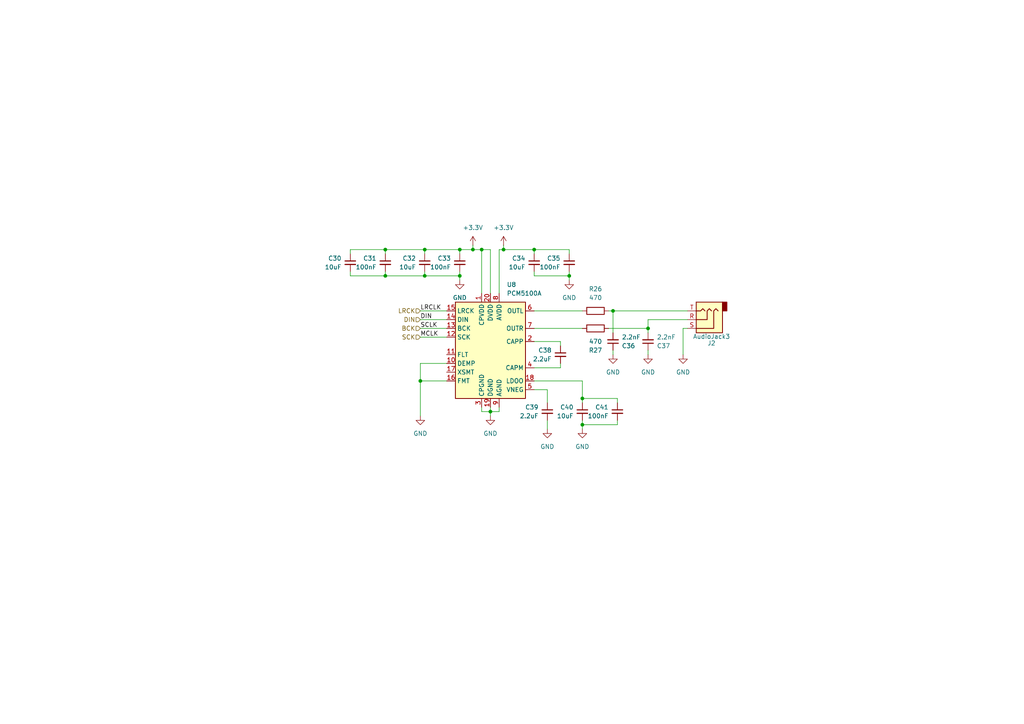
<source format=kicad_sch>
(kicad_sch
	(version 20250114)
	(generator "eeschema")
	(generator_version "9.0")
	(uuid "606ecf45-1f82-4b00-85b5-ed15b2a85616")
	(paper "A4")
	(lib_symbols
		(symbol "Audio:PCM5100A"
			(exclude_from_sim no)
			(in_bom yes)
			(on_board yes)
			(property "Reference" "U4"
				(at 4.7341 17.78 0)
				(effects
					(font
						(size 1.27 1.27)
					)
					(justify left)
				)
			)
			(property "Value" "PCM5100A"
				(at 4.7341 15.24 0)
				(effects
					(font
						(size 1.27 1.27)
					)
					(justify left)
				)
			)
			(property "Footprint" "Package_SO:TSSOP-20_4.4x6.5mm_P0.65mm"
				(at 25.4 -16.51 0)
				(effects
					(font
						(size 1.27 1.27)
					)
					(hide yes)
				)
			)
			(property "Datasheet" "https://www.ti.com/lit/ds/symlink/pcm5100a.pdf"
				(at 0 0 0)
				(effects
					(font
						(size 1.27 1.27)
					)
					(hide yes)
				)
			)
			(property "Description" "2.1 VRMS, 100dB Audio Stereo DAC with PLL and 32-bit, 384kHz PCM Interface, TSSOP-20"
				(at 0 0 0)
				(effects
					(font
						(size 1.27 1.27)
					)
					(hide yes)
				)
			)
			(property "LCSC" "C131154"
				(at 0 0 0)
				(effects
					(font
						(size 1.27 1.27)
					)
					(hide yes)
				)
			)
			(property "MPN" ""
				(at 0 0 0)
				(effects
					(font
						(size 1.27 1.27)
					)
					(hide yes)
				)
			)
			(property "ki_keywords" "audio dac 2ch 32bit 384kHz"
				(at 0 0 0)
				(effects
					(font
						(size 1.27 1.27)
					)
					(hide yes)
				)
			)
			(property "ki_fp_filters" "TSSOP*4.4x6.5mm*P0.65mm*"
				(at 0 0 0)
				(effects
					(font
						(size 1.27 1.27)
					)
					(hide yes)
				)
			)
			(symbol "PCM5100A_0_1"
				(rectangle
					(start -10.16 12.7)
					(end 10.16 -15.24)
					(stroke
						(width 0.254)
						(type default)
					)
					(fill
						(type background)
					)
				)
			)
			(symbol "PCM5100A_1_1"
				(pin input line
					(at -12.7 10.16 0)
					(length 2.54)
					(name "LRCK"
						(effects
							(font
								(size 1.27 1.27)
							)
						)
					)
					(number "15"
						(effects
							(font
								(size 1.27 1.27)
							)
						)
					)
				)
				(pin input line
					(at -12.7 7.62 0)
					(length 2.54)
					(name "DIN"
						(effects
							(font
								(size 1.27 1.27)
							)
						)
					)
					(number "14"
						(effects
							(font
								(size 1.27 1.27)
							)
						)
					)
				)
				(pin input line
					(at -12.7 5.08 0)
					(length 2.54)
					(name "BCK"
						(effects
							(font
								(size 1.27 1.27)
							)
						)
					)
					(number "13"
						(effects
							(font
								(size 1.27 1.27)
							)
						)
					)
				)
				(pin input line
					(at -12.7 2.54 0)
					(length 2.54)
					(name "SCK"
						(effects
							(font
								(size 1.27 1.27)
							)
						)
					)
					(number "12"
						(effects
							(font
								(size 1.27 1.27)
							)
						)
					)
				)
				(pin input line
					(at -12.7 -2.54 0)
					(length 2.54)
					(name "FLT"
						(effects
							(font
								(size 1.27 1.27)
							)
						)
					)
					(number "11"
						(effects
							(font
								(size 1.27 1.27)
							)
						)
					)
				)
				(pin input line
					(at -12.7 -5.08 0)
					(length 2.54)
					(name "DEMP"
						(effects
							(font
								(size 1.27 1.27)
							)
						)
					)
					(number "10"
						(effects
							(font
								(size 1.27 1.27)
							)
						)
					)
				)
				(pin input line
					(at -12.7 -7.62 0)
					(length 2.54)
					(name "XSMT"
						(effects
							(font
								(size 1.27 1.27)
							)
						)
					)
					(number "17"
						(effects
							(font
								(size 1.27 1.27)
							)
						)
					)
				)
				(pin input line
					(at -12.7 -10.16 0)
					(length 2.54)
					(name "FMT"
						(effects
							(font
								(size 1.27 1.27)
							)
						)
					)
					(number "16"
						(effects
							(font
								(size 1.27 1.27)
							)
						)
					)
				)
				(pin passive line
					(at -2.54 15.24 270)
					(length 2.54)
					(name "CPVDD"
						(effects
							(font
								(size 1.27 1.27)
							)
						)
					)
					(number "1"
						(effects
							(font
								(size 1.27 1.27)
							)
						)
					)
				)
				(pin power_in line
					(at -2.54 -17.78 90)
					(length 2.54)
					(name "CPGND"
						(effects
							(font
								(size 1.27 1.27)
							)
						)
					)
					(number "3"
						(effects
							(font
								(size 1.27 1.27)
							)
						)
					)
				)
				(pin power_in line
					(at 0 15.24 270)
					(length 2.54)
					(name "DVDD"
						(effects
							(font
								(size 1.27 1.27)
							)
						)
					)
					(number "20"
						(effects
							(font
								(size 1.27 1.27)
							)
						)
					)
				)
				(pin power_in line
					(at 0 -17.78 90)
					(length 2.54)
					(name "DGND"
						(effects
							(font
								(size 1.27 1.27)
							)
						)
					)
					(number "19"
						(effects
							(font
								(size 1.27 1.27)
							)
						)
					)
				)
				(pin power_in line
					(at 2.54 15.24 270)
					(length 2.54)
					(name "AVDD"
						(effects
							(font
								(size 1.27 1.27)
							)
						)
					)
					(number "8"
						(effects
							(font
								(size 1.27 1.27)
							)
						)
					)
				)
				(pin power_in line
					(at 2.54 -17.78 90)
					(length 2.54)
					(name "AGND"
						(effects
							(font
								(size 1.27 1.27)
							)
						)
					)
					(number "9"
						(effects
							(font
								(size 1.27 1.27)
							)
						)
					)
				)
				(pin output line
					(at 12.7 10.16 180)
					(length 2.54)
					(name "OUTL"
						(effects
							(font
								(size 1.27 1.27)
							)
						)
					)
					(number "6"
						(effects
							(font
								(size 1.27 1.27)
							)
						)
					)
				)
				(pin output line
					(at 12.7 5.08 180)
					(length 2.54)
					(name "OUTR"
						(effects
							(font
								(size 1.27 1.27)
							)
						)
					)
					(number "7"
						(effects
							(font
								(size 1.27 1.27)
							)
						)
					)
				)
				(pin passive line
					(at 12.7 1.27 180)
					(length 2.54)
					(name "CAPP"
						(effects
							(font
								(size 1.27 1.27)
							)
						)
					)
					(number "2"
						(effects
							(font
								(size 1.27 1.27)
							)
						)
					)
				)
				(pin passive line
					(at 12.7 -6.35 180)
					(length 2.54)
					(name "CAPM"
						(effects
							(font
								(size 1.27 1.27)
							)
						)
					)
					(number "4"
						(effects
							(font
								(size 1.27 1.27)
							)
						)
					)
				)
				(pin passive line
					(at 12.7 -10.16 180)
					(length 2.54)
					(name "LDOO"
						(effects
							(font
								(size 1.27 1.27)
							)
						)
					)
					(number "18"
						(effects
							(font
								(size 1.27 1.27)
							)
						)
					)
				)
				(pin passive line
					(at 12.7 -12.7 180)
					(length 2.54)
					(name "VNEG"
						(effects
							(font
								(size 1.27 1.27)
							)
						)
					)
					(number "5"
						(effects
							(font
								(size 1.27 1.27)
							)
						)
					)
				)
			)
			(embedded_fonts no)
		)
		(symbol "Connector_Audio:AudioJack3"
			(exclude_from_sim no)
			(in_bom yes)
			(on_board yes)
			(property "Reference" "J"
				(at 0 8.89 0)
				(effects
					(font
						(size 1.27 1.27)
					)
				)
			)
			(property "Value" "AudioJack3"
				(at 0 6.35 0)
				(effects
					(font
						(size 1.27 1.27)
					)
				)
			)
			(property "Footprint" ""
				(at 0 0 0)
				(effects
					(font
						(size 1.27 1.27)
					)
					(hide yes)
				)
			)
			(property "Datasheet" "~"
				(at 0 0 0)
				(effects
					(font
						(size 1.27 1.27)
					)
					(hide yes)
				)
			)
			(property "Description" "Audio Jack, 3 Poles (Stereo / TRS)"
				(at 0 0 0)
				(effects
					(font
						(size 1.27 1.27)
					)
					(hide yes)
				)
			)
			(property "ki_keywords" "audio jack receptacle stereo headphones phones TRS connector"
				(at 0 0 0)
				(effects
					(font
						(size 1.27 1.27)
					)
					(hide yes)
				)
			)
			(property "ki_fp_filters" "Jack*"
				(at 0 0 0)
				(effects
					(font
						(size 1.27 1.27)
					)
					(hide yes)
				)
			)
			(symbol "AudioJack3_0_1"
				(rectangle
					(start -5.08 -5.08)
					(end -6.35 -2.54)
					(stroke
						(width 0.254)
						(type default)
					)
					(fill
						(type outline)
					)
				)
				(polyline
					(pts
						(xy -1.905 -2.54) (xy -1.27 -3.175) (xy -0.635 -2.54) (xy -0.635 0) (xy 2.54 0)
					)
					(stroke
						(width 0.254)
						(type default)
					)
					(fill
						(type none)
					)
				)
				(polyline
					(pts
						(xy 0 -2.54) (xy 0.635 -3.175) (xy 1.27 -2.54) (xy 2.54 -2.54)
					)
					(stroke
						(width 0.254)
						(type default)
					)
					(fill
						(type none)
					)
				)
				(rectangle
					(start 2.54 3.81)
					(end -5.08 -5.08)
					(stroke
						(width 0.254)
						(type default)
					)
					(fill
						(type background)
					)
				)
				(polyline
					(pts
						(xy 2.54 2.54) (xy -2.54 2.54) (xy -2.54 -2.54) (xy -3.175 -3.175) (xy -3.81 -2.54)
					)
					(stroke
						(width 0.254)
						(type default)
					)
					(fill
						(type none)
					)
				)
			)
			(symbol "AudioJack3_1_1"
				(pin passive line
					(at 5.08 2.54 180)
					(length 2.54)
					(name "~"
						(effects
							(font
								(size 1.27 1.27)
							)
						)
					)
					(number "S"
						(effects
							(font
								(size 1.27 1.27)
							)
						)
					)
				)
				(pin passive line
					(at 5.08 0 180)
					(length 2.54)
					(name "~"
						(effects
							(font
								(size 1.27 1.27)
							)
						)
					)
					(number "R"
						(effects
							(font
								(size 1.27 1.27)
							)
						)
					)
				)
				(pin passive line
					(at 5.08 -2.54 180)
					(length 2.54)
					(name "~"
						(effects
							(font
								(size 1.27 1.27)
							)
						)
					)
					(number "T"
						(effects
							(font
								(size 1.27 1.27)
							)
						)
					)
				)
			)
			(embedded_fonts no)
		)
		(symbol "Device:C_Small"
			(pin_numbers
				(hide yes)
			)
			(pin_names
				(offset 0.254)
				(hide yes)
			)
			(exclude_from_sim no)
			(in_bom yes)
			(on_board yes)
			(property "Reference" "C"
				(at 0.254 1.778 0)
				(effects
					(font
						(size 1.27 1.27)
					)
					(justify left)
				)
			)
			(property "Value" "C_Small"
				(at 0.254 -2.032 0)
				(effects
					(font
						(size 1.27 1.27)
					)
					(justify left)
				)
			)
			(property "Footprint" ""
				(at 0 0 0)
				(effects
					(font
						(size 1.27 1.27)
					)
					(hide yes)
				)
			)
			(property "Datasheet" "~"
				(at 0 0 0)
				(effects
					(font
						(size 1.27 1.27)
					)
					(hide yes)
				)
			)
			(property "Description" "Unpolarized capacitor, small symbol"
				(at 0 0 0)
				(effects
					(font
						(size 1.27 1.27)
					)
					(hide yes)
				)
			)
			(property "ki_keywords" "capacitor cap"
				(at 0 0 0)
				(effects
					(font
						(size 1.27 1.27)
					)
					(hide yes)
				)
			)
			(property "ki_fp_filters" "C_*"
				(at 0 0 0)
				(effects
					(font
						(size 1.27 1.27)
					)
					(hide yes)
				)
			)
			(symbol "C_Small_0_1"
				(polyline
					(pts
						(xy -1.524 0.508) (xy 1.524 0.508)
					)
					(stroke
						(width 0.3048)
						(type default)
					)
					(fill
						(type none)
					)
				)
				(polyline
					(pts
						(xy -1.524 -0.508) (xy 1.524 -0.508)
					)
					(stroke
						(width 0.3302)
						(type default)
					)
					(fill
						(type none)
					)
				)
			)
			(symbol "C_Small_1_1"
				(pin passive line
					(at 0 2.54 270)
					(length 2.032)
					(name "~"
						(effects
							(font
								(size 1.27 1.27)
							)
						)
					)
					(number "1"
						(effects
							(font
								(size 1.27 1.27)
							)
						)
					)
				)
				(pin passive line
					(at 0 -2.54 90)
					(length 2.032)
					(name "~"
						(effects
							(font
								(size 1.27 1.27)
							)
						)
					)
					(number "2"
						(effects
							(font
								(size 1.27 1.27)
							)
						)
					)
				)
			)
			(embedded_fonts no)
		)
		(symbol "Device:R"
			(pin_numbers
				(hide yes)
			)
			(pin_names
				(offset 0)
			)
			(exclude_from_sim no)
			(in_bom yes)
			(on_board yes)
			(property "Reference" "R"
				(at 2.032 0 90)
				(effects
					(font
						(size 1.27 1.27)
					)
				)
			)
			(property "Value" "R"
				(at 0 0 90)
				(effects
					(font
						(size 1.27 1.27)
					)
				)
			)
			(property "Footprint" ""
				(at -1.778 0 90)
				(effects
					(font
						(size 1.27 1.27)
					)
					(hide yes)
				)
			)
			(property "Datasheet" "~"
				(at 0 0 0)
				(effects
					(font
						(size 1.27 1.27)
					)
					(hide yes)
				)
			)
			(property "Description" "Resistor"
				(at 0 0 0)
				(effects
					(font
						(size 1.27 1.27)
					)
					(hide yes)
				)
			)
			(property "ki_keywords" "R res resistor"
				(at 0 0 0)
				(effects
					(font
						(size 1.27 1.27)
					)
					(hide yes)
				)
			)
			(property "ki_fp_filters" "R_*"
				(at 0 0 0)
				(effects
					(font
						(size 1.27 1.27)
					)
					(hide yes)
				)
			)
			(symbol "R_0_1"
				(rectangle
					(start -1.016 -2.54)
					(end 1.016 2.54)
					(stroke
						(width 0.254)
						(type default)
					)
					(fill
						(type none)
					)
				)
			)
			(symbol "R_1_1"
				(pin passive line
					(at 0 3.81 270)
					(length 1.27)
					(name "~"
						(effects
							(font
								(size 1.27 1.27)
							)
						)
					)
					(number "1"
						(effects
							(font
								(size 1.27 1.27)
							)
						)
					)
				)
				(pin passive line
					(at 0 -3.81 90)
					(length 1.27)
					(name "~"
						(effects
							(font
								(size 1.27 1.27)
							)
						)
					)
					(number "2"
						(effects
							(font
								(size 1.27 1.27)
							)
						)
					)
				)
			)
			(embedded_fonts no)
		)
		(symbol "power:+3.3V"
			(power)
			(pin_numbers
				(hide yes)
			)
			(pin_names
				(offset 0)
				(hide yes)
			)
			(exclude_from_sim no)
			(in_bom yes)
			(on_board yes)
			(property "Reference" "#PWR"
				(at 0 -3.81 0)
				(effects
					(font
						(size 1.27 1.27)
					)
					(hide yes)
				)
			)
			(property "Value" "+3.3V"
				(at 0 3.556 0)
				(effects
					(font
						(size 1.27 1.27)
					)
				)
			)
			(property "Footprint" ""
				(at 0 0 0)
				(effects
					(font
						(size 1.27 1.27)
					)
					(hide yes)
				)
			)
			(property "Datasheet" ""
				(at 0 0 0)
				(effects
					(font
						(size 1.27 1.27)
					)
					(hide yes)
				)
			)
			(property "Description" "Power symbol creates a global label with name \"+3.3V\""
				(at 0 0 0)
				(effects
					(font
						(size 1.27 1.27)
					)
					(hide yes)
				)
			)
			(property "ki_keywords" "global power"
				(at 0 0 0)
				(effects
					(font
						(size 1.27 1.27)
					)
					(hide yes)
				)
			)
			(symbol "+3.3V_0_1"
				(polyline
					(pts
						(xy -0.762 1.27) (xy 0 2.54)
					)
					(stroke
						(width 0)
						(type default)
					)
					(fill
						(type none)
					)
				)
				(polyline
					(pts
						(xy 0 2.54) (xy 0.762 1.27)
					)
					(stroke
						(width 0)
						(type default)
					)
					(fill
						(type none)
					)
				)
				(polyline
					(pts
						(xy 0 0) (xy 0 2.54)
					)
					(stroke
						(width 0)
						(type default)
					)
					(fill
						(type none)
					)
				)
			)
			(symbol "+3.3V_1_1"
				(pin power_in line
					(at 0 0 90)
					(length 0)
					(name "~"
						(effects
							(font
								(size 1.27 1.27)
							)
						)
					)
					(number "1"
						(effects
							(font
								(size 1.27 1.27)
							)
						)
					)
				)
			)
			(embedded_fonts no)
		)
		(symbol "power:GND"
			(power)
			(pin_names
				(offset 0)
			)
			(exclude_from_sim no)
			(in_bom yes)
			(on_board yes)
			(property "Reference" "#PWR"
				(at 0 -6.35 0)
				(effects
					(font
						(size 1.27 1.27)
					)
					(hide yes)
				)
			)
			(property "Value" "GND"
				(at 0 -3.81 0)
				(effects
					(font
						(size 1.27 1.27)
					)
				)
			)
			(property "Footprint" ""
				(at 0 0 0)
				(effects
					(font
						(size 1.27 1.27)
					)
					(hide yes)
				)
			)
			(property "Datasheet" ""
				(at 0 0 0)
				(effects
					(font
						(size 1.27 1.27)
					)
					(hide yes)
				)
			)
			(property "Description" "Power symbol creates a global label with name \"GND\" , ground"
				(at 0 0 0)
				(effects
					(font
						(size 1.27 1.27)
					)
					(hide yes)
				)
			)
			(property "ki_keywords" "power-flag"
				(at 0 0 0)
				(effects
					(font
						(size 1.27 1.27)
					)
					(hide yes)
				)
			)
			(symbol "GND_0_1"
				(polyline
					(pts
						(xy 0 0) (xy 0 -1.27) (xy 1.27 -1.27) (xy 0 -2.54) (xy -1.27 -1.27) (xy 0 -1.27)
					)
					(stroke
						(width 0)
						(type default)
					)
					(fill
						(type none)
					)
				)
			)
			(symbol "GND_1_1"
				(pin power_in line
					(at 0 0 270)
					(length 0)
					(hide yes)
					(name "GND"
						(effects
							(font
								(size 1.27 1.27)
							)
						)
					)
					(number "1"
						(effects
							(font
								(size 1.27 1.27)
							)
						)
					)
				)
			)
			(embedded_fonts no)
		)
	)
	(junction
		(at 142.24 119.38)
		(diameter 0)
		(color 0 0 0 0)
		(uuid "04605525-e4b8-4655-8b00-b91765a1c4a1")
	)
	(junction
		(at 146.05 72.39)
		(diameter 0)
		(color 0 0 0 0)
		(uuid "048d8af5-5501-4f90-9878-2a273d899b69")
	)
	(junction
		(at 111.76 72.39)
		(diameter 0)
		(color 0 0 0 0)
		(uuid "2b4bd338-0ad0-4e4d-8777-8e689c8972e2")
	)
	(junction
		(at 111.76 80.01)
		(diameter 0)
		(color 0 0 0 0)
		(uuid "3fe3dd0b-fc90-4667-8744-f99aaec5e574")
	)
	(junction
		(at 133.35 72.39)
		(diameter 0)
		(color 0 0 0 0)
		(uuid "50c27571-37fc-4223-84a5-c33e4c6acc20")
	)
	(junction
		(at 139.7 72.39)
		(diameter 0)
		(color 0 0 0 0)
		(uuid "733fd6e1-81d9-4a35-84ce-174470c799c6")
	)
	(junction
		(at 165.1 80.01)
		(diameter 0)
		(color 0 0 0 0)
		(uuid "74a62686-2958-4b69-a1d4-8faf8c59d358")
	)
	(junction
		(at 121.92 110.49)
		(diameter 0)
		(color 0 0 0 0)
		(uuid "8affa245-6d12-4c57-aa01-56a74eefb6f4")
	)
	(junction
		(at 168.91 123.19)
		(diameter 0)
		(color 0 0 0 0)
		(uuid "9b300007-2b71-4bae-9f3a-de93e93d7ffb")
	)
	(junction
		(at 137.16 72.39)
		(diameter 0)
		(color 0 0 0 0)
		(uuid "a960d373-4855-4132-a0a2-ec3f6013c5f3")
	)
	(junction
		(at 168.91 115.57)
		(diameter 0)
		(color 0 0 0 0)
		(uuid "aea78d90-8a9e-44a1-8ec9-ab9c70e24504")
	)
	(junction
		(at 123.19 72.39)
		(diameter 0)
		(color 0 0 0 0)
		(uuid "b4dee62c-dcaf-4a36-ae44-4d140eb581d2")
	)
	(junction
		(at 133.35 80.01)
		(diameter 0)
		(color 0 0 0 0)
		(uuid "bf8dfc5b-0dcb-451b-94dc-573ee3f652d4")
	)
	(junction
		(at 123.19 80.01)
		(diameter 0)
		(color 0 0 0 0)
		(uuid "d4c62751-810a-495d-a0d4-b7d5934fba54")
	)
	(junction
		(at 187.96 95.25)
		(diameter 0)
		(color 0 0 0 0)
		(uuid "dedf5055-4089-429f-81c8-db29bf751526")
	)
	(junction
		(at 154.94 72.39)
		(diameter 0)
		(color 0 0 0 0)
		(uuid "ee5b05e4-c064-490f-b5a7-2cc5405613fd")
	)
	(junction
		(at 177.8 90.17)
		(diameter 0)
		(color 0 0 0 0)
		(uuid "f456e081-ed06-4bd7-9e45-8c15118878f3")
	)
	(wire
		(pts
			(xy 187.96 92.71) (xy 199.39 92.71)
		)
		(stroke
			(width 0)
			(type default)
		)
		(uuid "04a1e5e1-5511-48bd-8b79-333826ca9fb5")
	)
	(wire
		(pts
			(xy 146.05 71.12) (xy 146.05 72.39)
		)
		(stroke
			(width 0)
			(type default)
		)
		(uuid "09baae80-bcc1-4eaa-a19d-7a07c2757123")
	)
	(wire
		(pts
			(xy 168.91 110.49) (xy 168.91 115.57)
		)
		(stroke
			(width 0)
			(type default)
		)
		(uuid "0a2136e3-92a7-4c92-870f-6bcc7344536e")
	)
	(wire
		(pts
			(xy 137.16 72.39) (xy 139.7 72.39)
		)
		(stroke
			(width 0)
			(type default)
		)
		(uuid "18e92b47-12ee-43da-b04f-23893dbd6471")
	)
	(wire
		(pts
			(xy 154.94 90.17) (xy 168.91 90.17)
		)
		(stroke
			(width 0)
			(type default)
		)
		(uuid "192c01a3-c2c5-41bb-bbc3-d2eb76c14c5a")
	)
	(wire
		(pts
			(xy 179.07 121.92) (xy 179.07 123.19)
		)
		(stroke
			(width 0)
			(type default)
		)
		(uuid "1b723748-0879-41e2-9a9a-37a6147aaff9")
	)
	(wire
		(pts
			(xy 133.35 72.39) (xy 137.16 72.39)
		)
		(stroke
			(width 0)
			(type default)
		)
		(uuid "1c49897f-5772-4bac-b577-001fbc5511e2")
	)
	(wire
		(pts
			(xy 168.91 115.57) (xy 179.07 115.57)
		)
		(stroke
			(width 0)
			(type default)
		)
		(uuid "1db45ce8-3923-4762-bba3-4fa1a0da167d")
	)
	(wire
		(pts
			(xy 177.8 90.17) (xy 199.39 90.17)
		)
		(stroke
			(width 0)
			(type default)
		)
		(uuid "22ae0544-39b3-45d9-b97d-f6beac195b30")
	)
	(wire
		(pts
			(xy 142.24 119.38) (xy 142.24 120.65)
		)
		(stroke
			(width 0)
			(type default)
		)
		(uuid "2799c75b-3d75-4efc-9ae8-ea70bff65153")
	)
	(wire
		(pts
			(xy 142.24 72.39) (xy 139.7 72.39)
		)
		(stroke
			(width 0)
			(type default)
		)
		(uuid "285944a8-5d93-4e19-9b75-d45cc455beb0")
	)
	(wire
		(pts
			(xy 129.54 110.49) (xy 121.92 110.49)
		)
		(stroke
			(width 0)
			(type default)
		)
		(uuid "2890666e-7f6d-468d-be9b-ff6ba28f7329")
	)
	(wire
		(pts
			(xy 165.1 78.74) (xy 165.1 80.01)
		)
		(stroke
			(width 0)
			(type default)
		)
		(uuid "2b65e715-9f57-4363-b8be-6320db9c357b")
	)
	(wire
		(pts
			(xy 162.56 100.33) (xy 162.56 99.06)
		)
		(stroke
			(width 0)
			(type default)
		)
		(uuid "34582642-10f4-4e88-bc83-c6f2869644b7")
	)
	(wire
		(pts
			(xy 133.35 78.74) (xy 133.35 80.01)
		)
		(stroke
			(width 0)
			(type default)
		)
		(uuid "34a96a7f-3007-43be-89a4-eccaded8e469")
	)
	(wire
		(pts
			(xy 142.24 118.11) (xy 142.24 119.38)
		)
		(stroke
			(width 0)
			(type default)
		)
		(uuid "38786acb-9167-4002-a607-efe1a09f76b5")
	)
	(wire
		(pts
			(xy 154.94 95.25) (xy 168.91 95.25)
		)
		(stroke
			(width 0)
			(type default)
		)
		(uuid "3cdf7535-408b-499b-9209-56945e0ace62")
	)
	(wire
		(pts
			(xy 187.96 95.25) (xy 187.96 96.52)
		)
		(stroke
			(width 0)
			(type default)
		)
		(uuid "3e07e085-20ff-468e-adf6-8dabbc431c2a")
	)
	(wire
		(pts
			(xy 177.8 101.6) (xy 177.8 102.87)
		)
		(stroke
			(width 0)
			(type default)
		)
		(uuid "3faa8669-a3a5-4ac7-888f-dd9a0c2e4e3d")
	)
	(wire
		(pts
			(xy 154.94 78.74) (xy 154.94 80.01)
		)
		(stroke
			(width 0)
			(type default)
		)
		(uuid "424de6fe-fbc0-4e81-b536-c505cf422ad4")
	)
	(wire
		(pts
			(xy 168.91 123.19) (xy 179.07 123.19)
		)
		(stroke
			(width 0)
			(type default)
		)
		(uuid "44a43c96-1850-4b0a-8a2c-55e4fc033718")
	)
	(wire
		(pts
			(xy 187.96 101.6) (xy 187.96 102.87)
		)
		(stroke
			(width 0)
			(type default)
		)
		(uuid "51d9fa11-c93c-42e2-a250-2ba2b8e8de2c")
	)
	(wire
		(pts
			(xy 142.24 85.09) (xy 142.24 72.39)
		)
		(stroke
			(width 0)
			(type default)
		)
		(uuid "53fba7f9-0d9b-4c18-8144-dec677aa0ac4")
	)
	(wire
		(pts
			(xy 154.94 73.66) (xy 154.94 72.39)
		)
		(stroke
			(width 0)
			(type default)
		)
		(uuid "5aadf546-b9a0-4dc6-882d-a56d3600cd59")
	)
	(wire
		(pts
			(xy 139.7 119.38) (xy 142.24 119.38)
		)
		(stroke
			(width 0)
			(type default)
		)
		(uuid "5b299343-f5b7-4545-83c4-1ab8d4f7ab8b")
	)
	(wire
		(pts
			(xy 133.35 73.66) (xy 133.35 72.39)
		)
		(stroke
			(width 0)
			(type default)
		)
		(uuid "5f7ef439-c7a8-4cc5-9326-0b791062fbfd")
	)
	(wire
		(pts
			(xy 129.54 105.41) (xy 121.92 105.41)
		)
		(stroke
			(width 0)
			(type default)
		)
		(uuid "68f1e624-dad1-49ca-850d-aa98f8c433a9")
	)
	(wire
		(pts
			(xy 165.1 73.66) (xy 165.1 72.39)
		)
		(stroke
			(width 0)
			(type default)
		)
		(uuid "6970381f-480e-4559-9e51-320ed9eb24fb")
	)
	(wire
		(pts
			(xy 121.92 95.25) (xy 129.54 95.25)
		)
		(stroke
			(width 0)
			(type default)
		)
		(uuid "6a2e2933-673e-4d25-bd03-d2cdea2ce8b2")
	)
	(wire
		(pts
			(xy 101.6 72.39) (xy 111.76 72.39)
		)
		(stroke
			(width 0)
			(type default)
		)
		(uuid "6f575244-5bf6-47f4-9aa5-373359dd46d8")
	)
	(wire
		(pts
			(xy 162.56 99.06) (xy 154.94 99.06)
		)
		(stroke
			(width 0)
			(type default)
		)
		(uuid "7323869c-8e25-459e-854a-b3469f37add5")
	)
	(wire
		(pts
			(xy 168.91 116.84) (xy 168.91 115.57)
		)
		(stroke
			(width 0)
			(type default)
		)
		(uuid "739e5fa4-9945-4d8c-809b-0516415572f7")
	)
	(wire
		(pts
			(xy 154.94 106.68) (xy 162.56 106.68)
		)
		(stroke
			(width 0)
			(type default)
		)
		(uuid "76a7bd5e-0434-43b4-a16c-61c36997f904")
	)
	(wire
		(pts
			(xy 158.75 113.03) (xy 158.75 116.84)
		)
		(stroke
			(width 0)
			(type default)
		)
		(uuid "78c14609-310f-480e-ac7b-d8bd317d9e11")
	)
	(wire
		(pts
			(xy 101.6 78.74) (xy 101.6 80.01)
		)
		(stroke
			(width 0)
			(type default)
		)
		(uuid "7c2aa71c-d6df-4e6c-9337-c67d6379084c")
	)
	(wire
		(pts
			(xy 123.19 72.39) (xy 133.35 72.39)
		)
		(stroke
			(width 0)
			(type default)
		)
		(uuid "81e6a403-0c3b-4419-8c7a-19bdbefd62a2")
	)
	(wire
		(pts
			(xy 176.53 95.25) (xy 187.96 95.25)
		)
		(stroke
			(width 0)
			(type default)
		)
		(uuid "85bd5904-24bc-49d2-81dd-c43fcb1cb6d8")
	)
	(wire
		(pts
			(xy 154.94 80.01) (xy 165.1 80.01)
		)
		(stroke
			(width 0)
			(type default)
		)
		(uuid "899e6f0a-9b5a-4548-8f83-7b70cf857ebe")
	)
	(wire
		(pts
			(xy 139.7 118.11) (xy 139.7 119.38)
		)
		(stroke
			(width 0)
			(type default)
		)
		(uuid "89d14bcd-f6bf-4d49-9b0f-32ca9e282be5")
	)
	(wire
		(pts
			(xy 111.76 78.74) (xy 111.76 80.01)
		)
		(stroke
			(width 0)
			(type default)
		)
		(uuid "8b4eea78-b87d-4051-a544-91ea9b3c1850")
	)
	(wire
		(pts
			(xy 154.94 110.49) (xy 168.91 110.49)
		)
		(stroke
			(width 0)
			(type default)
		)
		(uuid "8c44d005-aab9-4b1b-a44f-90960d75ffa1")
	)
	(wire
		(pts
			(xy 121.92 110.49) (xy 121.92 120.65)
		)
		(stroke
			(width 0)
			(type default)
		)
		(uuid "911da2d6-065f-4fa7-8d2d-4d2b610431f4")
	)
	(wire
		(pts
			(xy 121.92 97.79) (xy 129.54 97.79)
		)
		(stroke
			(width 0)
			(type default)
		)
		(uuid "93e5b4d3-a303-477a-8535-1d176749e237")
	)
	(wire
		(pts
			(xy 154.94 72.39) (xy 165.1 72.39)
		)
		(stroke
			(width 0)
			(type default)
		)
		(uuid "95c23179-59c7-4cf3-8ebf-407d8fe9fc24")
	)
	(wire
		(pts
			(xy 123.19 80.01) (xy 133.35 80.01)
		)
		(stroke
			(width 0)
			(type default)
		)
		(uuid "962e408a-a3f6-4e14-9125-120329d54ade")
	)
	(wire
		(pts
			(xy 198.12 95.25) (xy 199.39 95.25)
		)
		(stroke
			(width 0)
			(type default)
		)
		(uuid "97058130-55d1-4efb-987c-1e1e13fedeca")
	)
	(wire
		(pts
			(xy 111.76 73.66) (xy 111.76 72.39)
		)
		(stroke
			(width 0)
			(type default)
		)
		(uuid "9bd9386d-079b-4178-ba0d-f7727d65dc58")
	)
	(wire
		(pts
			(xy 162.56 106.68) (xy 162.56 105.41)
		)
		(stroke
			(width 0)
			(type default)
		)
		(uuid "9d9b0526-c57d-461b-92ef-4fef5566e133")
	)
	(wire
		(pts
			(xy 187.96 92.71) (xy 187.96 95.25)
		)
		(stroke
			(width 0)
			(type default)
		)
		(uuid "a37d0c55-53b8-45a9-a2d6-0b329a6b1a0f")
	)
	(wire
		(pts
			(xy 146.05 72.39) (xy 154.94 72.39)
		)
		(stroke
			(width 0)
			(type default)
		)
		(uuid "a3c1ccad-68e9-41ad-ac6b-2e0a13a38d4d")
	)
	(wire
		(pts
			(xy 168.91 124.46) (xy 168.91 123.19)
		)
		(stroke
			(width 0)
			(type default)
		)
		(uuid "a468c1aa-9cc0-4330-bd4c-e48a09e5d49c")
	)
	(wire
		(pts
			(xy 158.75 124.46) (xy 158.75 121.92)
		)
		(stroke
			(width 0)
			(type default)
		)
		(uuid "a64873dc-6a27-4cce-92fd-85143f6331ae")
	)
	(wire
		(pts
			(xy 144.78 119.38) (xy 142.24 119.38)
		)
		(stroke
			(width 0)
			(type default)
		)
		(uuid "a7c7389e-9943-4206-9c3a-79bed9cd71a0")
	)
	(wire
		(pts
			(xy 123.19 73.66) (xy 123.19 72.39)
		)
		(stroke
			(width 0)
			(type default)
		)
		(uuid "ac8db51c-d953-4d09-944a-f77c0c4b691b")
	)
	(wire
		(pts
			(xy 139.7 72.39) (xy 139.7 85.09)
		)
		(stroke
			(width 0)
			(type default)
		)
		(uuid "b281dc18-9f2a-4190-9e8c-bb7b4dfc8004")
	)
	(wire
		(pts
			(xy 165.1 80.01) (xy 165.1 81.28)
		)
		(stroke
			(width 0)
			(type default)
		)
		(uuid "b3167806-21de-4e20-8e32-9f81285bbb84")
	)
	(wire
		(pts
			(xy 144.78 118.11) (xy 144.78 119.38)
		)
		(stroke
			(width 0)
			(type default)
		)
		(uuid "b53c9ec5-bd6a-4c9e-8097-3e46188f24c7")
	)
	(wire
		(pts
			(xy 177.8 90.17) (xy 177.8 96.52)
		)
		(stroke
			(width 0)
			(type default)
		)
		(uuid "c03ccfe6-68c1-4cb0-8aae-5761c532b93c")
	)
	(wire
		(pts
			(xy 176.53 90.17) (xy 177.8 90.17)
		)
		(stroke
			(width 0)
			(type default)
		)
		(uuid "c22a4902-895f-4651-ada5-90ec718bb2dc")
	)
	(wire
		(pts
			(xy 168.91 121.92) (xy 168.91 123.19)
		)
		(stroke
			(width 0)
			(type default)
		)
		(uuid "c455caeb-3668-412f-8490-af609d95bfb0")
	)
	(wire
		(pts
			(xy 101.6 73.66) (xy 101.6 72.39)
		)
		(stroke
			(width 0)
			(type default)
		)
		(uuid "cd1439a4-95c2-4a8a-a5ad-6848cf14bc77")
	)
	(wire
		(pts
			(xy 144.78 72.39) (xy 146.05 72.39)
		)
		(stroke
			(width 0)
			(type default)
		)
		(uuid "cd1a9af4-712e-4875-971d-3ad12f34684a")
	)
	(wire
		(pts
			(xy 121.92 90.17) (xy 129.54 90.17)
		)
		(stroke
			(width 0)
			(type default)
		)
		(uuid "cfc37a5d-5db8-470f-942c-02ee096b3ffb")
	)
	(wire
		(pts
			(xy 121.92 92.71) (xy 129.54 92.71)
		)
		(stroke
			(width 0)
			(type default)
		)
		(uuid "d2949c0b-4e10-4dfa-89be-ceea00be3edb")
	)
	(wire
		(pts
			(xy 121.92 105.41) (xy 121.92 110.49)
		)
		(stroke
			(width 0)
			(type default)
		)
		(uuid "dffb4506-db7d-4e07-8932-1cc058324dcb")
	)
	(wire
		(pts
			(xy 144.78 72.39) (xy 144.78 85.09)
		)
		(stroke
			(width 0)
			(type default)
		)
		(uuid "e6b059c3-ab4a-42e4-8f7a-3b32af87b37e")
	)
	(wire
		(pts
			(xy 133.35 80.01) (xy 133.35 81.28)
		)
		(stroke
			(width 0)
			(type default)
		)
		(uuid "e7e27cd7-d6a6-455f-9e8e-6398f4064af5")
	)
	(wire
		(pts
			(xy 179.07 116.84) (xy 179.07 115.57)
		)
		(stroke
			(width 0)
			(type default)
		)
		(uuid "e9eace95-1ac6-456f-b803-38161ebf6fde")
	)
	(wire
		(pts
			(xy 111.76 72.39) (xy 123.19 72.39)
		)
		(stroke
			(width 0)
			(type default)
		)
		(uuid "f03c291d-1103-48fe-ada6-8d609a669b00")
	)
	(wire
		(pts
			(xy 101.6 80.01) (xy 111.76 80.01)
		)
		(stroke
			(width 0)
			(type default)
		)
		(uuid "f54c1e43-fe72-4263-8ca2-3dd8572aaf91")
	)
	(wire
		(pts
			(xy 154.94 113.03) (xy 158.75 113.03)
		)
		(stroke
			(width 0)
			(type default)
		)
		(uuid "f739b6ee-7863-4da9-a2ce-51f633ed3d1e")
	)
	(wire
		(pts
			(xy 123.19 78.74) (xy 123.19 80.01)
		)
		(stroke
			(width 0)
			(type default)
		)
		(uuid "f7f6a6c8-0251-453b-8580-435d1b439758")
	)
	(wire
		(pts
			(xy 137.16 71.12) (xy 137.16 72.39)
		)
		(stroke
			(width 0)
			(type default)
		)
		(uuid "f922b481-fa91-4231-9441-79256160cc4a")
	)
	(wire
		(pts
			(xy 198.12 95.25) (xy 198.12 102.87)
		)
		(stroke
			(width 0)
			(type default)
		)
		(uuid "fb13cf10-3953-40b1-86d9-5a7d36b0e321")
	)
	(wire
		(pts
			(xy 111.76 80.01) (xy 123.19 80.01)
		)
		(stroke
			(width 0)
			(type default)
		)
		(uuid "fc6bb47d-2009-4212-b7bf-ddf2ae92a389")
	)
	(label "DIN"
		(at 121.92 92.71 0)
		(effects
			(font
				(size 1.27 1.27)
			)
			(justify left bottom)
		)
		(uuid "05ec7ad9-a23a-4b09-9f93-c1bd68737c53")
	)
	(label "MCLK"
		(at 121.92 97.79 0)
		(effects
			(font
				(size 1.27 1.27)
			)
			(justify left bottom)
		)
		(uuid "26026ab7-cd48-4f06-a736-627a0982af76")
	)
	(label "LRCLK"
		(at 121.92 90.17 0)
		(effects
			(font
				(size 1.27 1.27)
			)
			(justify left bottom)
		)
		(uuid "47d6e215-d141-4037-9f4a-20c8f3585ff9")
	)
	(label "SCLK"
		(at 121.92 95.25 0)
		(effects
			(font
				(size 1.27 1.27)
			)
			(justify left bottom)
		)
		(uuid "f70230a4-688b-405d-820e-5746fffb9d05")
	)
	(hierarchical_label "BCK"
		(shape input)
		(at 121.92 95.25 180)
		(effects
			(font
				(size 1.27 1.27)
			)
			(justify right)
		)
		(uuid "5480c40c-0340-4310-8810-11276ecbc2bc")
	)
	(hierarchical_label "DIN"
		(shape input)
		(at 121.92 92.71 180)
		(effects
			(font
				(size 1.27 1.27)
			)
			(justify right)
		)
		(uuid "568fe068-b95a-4170-99b7-64b7ccc7dfd6")
	)
	(hierarchical_label "LRCK"
		(shape input)
		(at 121.92 90.17 180)
		(effects
			(font
				(size 1.27 1.27)
			)
			(justify right)
		)
		(uuid "5d0e782c-44ba-4320-a872-c1985941d439")
	)
	(hierarchical_label "SCK"
		(shape input)
		(at 121.92 97.79 180)
		(effects
			(font
				(size 1.27 1.27)
			)
			(justify right)
		)
		(uuid "6e3b386a-1426-4361-a07c-6db433ca4a35")
	)
	(symbol
		(lib_id "Device:C_Small")
		(at 162.56 102.87 0)
		(mirror y)
		(unit 1)
		(exclude_from_sim no)
		(in_bom yes)
		(on_board yes)
		(dnp no)
		(uuid "1eeba620-5992-4d1f-b775-e70fc77047d3")
		(property "Reference" "C38"
			(at 160.02 101.6062 0)
			(effects
				(font
					(size 1.27 1.27)
				)
				(justify left)
			)
		)
		(property "Value" "2.2uF"
			(at 160.02 104.1462 0)
			(effects
				(font
					(size 1.27 1.27)
				)
				(justify left)
			)
		)
		(property "Footprint" "Capacitor_SMD:C_0402_1005Metric"
			(at 162.56 102.87 0)
			(effects
				(font
					(size 1.27 1.27)
				)
				(hide yes)
			)
		)
		(property "Datasheet" "~"
			(at 162.56 102.87 0)
			(effects
				(font
					(size 1.27 1.27)
				)
				(hide yes)
			)
		)
		(property "Description" "Unpolarized capacitor, small symbol"
			(at 162.56 102.87 0)
			(effects
				(font
					(size 1.27 1.27)
				)
				(hide yes)
			)
		)
		(property "LCSC" "C23630"
			(at 162.56 102.87 0)
			(effects
				(font
					(size 1.27 1.27)
				)
				(hide yes)
			)
		)
		(property "MPN" "885012106029"
			(at 162.56 102.87 0)
			(effects
				(font
					(size 1.27 1.27)
				)
				(hide yes)
			)
		)
		(pin "2"
			(uuid "0464447a-b021-45c4-99e7-b0f8c1ed98ed")
		)
		(pin "1"
			(uuid "c63cf945-d67c-4b1a-bb2d-c2737365fa12")
		)
		(instances
			(project "hdmi-switch"
				(path "/c6f79e8c-7ba3-4772-86ed-d901d16f273a/850f713c-6953-43e7-88aa-85ae0705a1eb"
					(reference "C38")
					(unit 1)
				)
			)
		)
	)
	(symbol
		(lib_id "Device:C_Small")
		(at 133.35 76.2 0)
		(mirror y)
		(unit 1)
		(exclude_from_sim no)
		(in_bom yes)
		(on_board yes)
		(dnp no)
		(uuid "296bb8d8-a0b9-4ca6-9e3a-380954f80a14")
		(property "Reference" "C33"
			(at 130.81 74.9362 0)
			(effects
				(font
					(size 1.27 1.27)
				)
				(justify left)
			)
		)
		(property "Value" "100nF"
			(at 130.81 77.4762 0)
			(effects
				(font
					(size 1.27 1.27)
				)
				(justify left)
			)
		)
		(property "Footprint" "Capacitor_SMD:C_0402_1005Metric"
			(at 133.35 76.2 0)
			(effects
				(font
					(size 1.27 1.27)
				)
				(hide yes)
			)
		)
		(property "Datasheet" "~"
			(at 133.35 76.2 0)
			(effects
				(font
					(size 1.27 1.27)
				)
				(hide yes)
			)
		)
		(property "Description" "Unpolarized capacitor, small symbol"
			(at 133.35 76.2 0)
			(effects
				(font
					(size 1.27 1.27)
				)
				(hide yes)
			)
		)
		(property "LCSC" "C14663"
			(at 133.35 76.2 0)
			(effects
				(font
					(size 1.27 1.27)
				)
				(hide yes)
			)
		)
		(property "MPN" "885012206046"
			(at 133.35 76.2 0)
			(effects
				(font
					(size 1.27 1.27)
				)
				(hide yes)
			)
		)
		(pin "2"
			(uuid "1cb4f6fb-414a-4725-bfb7-3681444f2b75")
		)
		(pin "1"
			(uuid "477b1fd2-2055-4af2-b75e-1cdec34cf368")
		)
		(instances
			(project "hdmi-switch"
				(path "/c6f79e8c-7ba3-4772-86ed-d901d16f273a/850f713c-6953-43e7-88aa-85ae0705a1eb"
					(reference "C33")
					(unit 1)
				)
			)
		)
	)
	(symbol
		(lib_id "Device:C_Small")
		(at 101.6 76.2 0)
		(mirror y)
		(unit 1)
		(exclude_from_sim no)
		(in_bom yes)
		(on_board yes)
		(dnp no)
		(uuid "2b393c74-ff09-45fa-8b52-b7c4dc9205d9")
		(property "Reference" "C30"
			(at 99.06 74.9362 0)
			(effects
				(font
					(size 1.27 1.27)
				)
				(justify left)
			)
		)
		(property "Value" "10uF"
			(at 99.06 77.4762 0)
			(effects
				(font
					(size 1.27 1.27)
				)
				(justify left)
			)
		)
		(property "Footprint" "Capacitor_SMD:C_0603_1608Metric"
			(at 101.6 76.2 0)
			(effects
				(font
					(size 1.27 1.27)
				)
				(hide yes)
			)
		)
		(property "Datasheet" "~"
			(at 101.6 76.2 0)
			(effects
				(font
					(size 1.27 1.27)
				)
				(hide yes)
			)
		)
		(property "Description" "Unpolarized capacitor, small symbol"
			(at 101.6 76.2 0)
			(effects
				(font
					(size 1.27 1.27)
				)
				(hide yes)
			)
		)
		(property "LCSC" "C15850"
			(at 101.6 76.2 0)
			(effects
				(font
					(size 1.27 1.27)
				)
				(hide yes)
			)
		)
		(property "MPN" "885012107014"
			(at 101.6 76.2 0)
			(effects
				(font
					(size 1.27 1.27)
				)
				(hide yes)
			)
		)
		(pin "2"
			(uuid "7d2fdaa6-24bd-47ba-9c04-7a6717e13443")
		)
		(pin "1"
			(uuid "9c6f0f50-b31f-487e-9b22-88340b34bb6c")
		)
		(instances
			(project "hdmi-switch"
				(path "/c6f79e8c-7ba3-4772-86ed-d901d16f273a/850f713c-6953-43e7-88aa-85ae0705a1eb"
					(reference "C30")
					(unit 1)
				)
			)
		)
	)
	(symbol
		(lib_id "Device:C_Small")
		(at 179.07 119.38 0)
		(mirror y)
		(unit 1)
		(exclude_from_sim no)
		(in_bom yes)
		(on_board yes)
		(dnp no)
		(uuid "2f7ce156-abad-47a3-bc84-a46264301879")
		(property "Reference" "C41"
			(at 176.53 118.1162 0)
			(effects
				(font
					(size 1.27 1.27)
				)
				(justify left)
			)
		)
		(property "Value" "100nF"
			(at 176.53 120.6562 0)
			(effects
				(font
					(size 1.27 1.27)
				)
				(justify left)
			)
		)
		(property "Footprint" "Capacitor_SMD:C_0402_1005Metric"
			(at 179.07 119.38 0)
			(effects
				(font
					(size 1.27 1.27)
				)
				(hide yes)
			)
		)
		(property "Datasheet" "~"
			(at 179.07 119.38 0)
			(effects
				(font
					(size 1.27 1.27)
				)
				(hide yes)
			)
		)
		(property "Description" "Unpolarized capacitor, small symbol"
			(at 179.07 119.38 0)
			(effects
				(font
					(size 1.27 1.27)
				)
				(hide yes)
			)
		)
		(property "LCSC" "C14663"
			(at 179.07 119.38 0)
			(effects
				(font
					(size 1.27 1.27)
				)
				(hide yes)
			)
		)
		(property "MPN" "885012206046"
			(at 179.07 119.38 0)
			(effects
				(font
					(size 1.27 1.27)
				)
				(hide yes)
			)
		)
		(pin "2"
			(uuid "e16aeed7-6443-4a27-b062-8b918e190261")
		)
		(pin "1"
			(uuid "3eebf0d2-07e7-4bda-a35f-95bb18f2c185")
		)
		(instances
			(project "hdmi-switch"
				(path "/c6f79e8c-7ba3-4772-86ed-d901d16f273a/850f713c-6953-43e7-88aa-85ae0705a1eb"
					(reference "C41")
					(unit 1)
				)
			)
		)
	)
	(symbol
		(lib_id "power:GND")
		(at 168.91 124.46 0)
		(unit 1)
		(exclude_from_sim no)
		(in_bom yes)
		(on_board yes)
		(dnp no)
		(fields_autoplaced yes)
		(uuid "3081ec13-a87c-4a5f-aab1-ef34e9a9e845")
		(property "Reference" "#PWR068"
			(at 168.91 130.81 0)
			(effects
				(font
					(size 1.27 1.27)
				)
				(hide yes)
			)
		)
		(property "Value" "GND"
			(at 168.91 129.54 0)
			(effects
				(font
					(size 1.27 1.27)
				)
			)
		)
		(property "Footprint" ""
			(at 168.91 124.46 0)
			(effects
				(font
					(size 1.27 1.27)
				)
				(hide yes)
			)
		)
		(property "Datasheet" ""
			(at 168.91 124.46 0)
			(effects
				(font
					(size 1.27 1.27)
				)
				(hide yes)
			)
		)
		(property "Description" "Power symbol creates a global label with name \"GND\" , ground"
			(at 168.91 124.46 0)
			(effects
				(font
					(size 1.27 1.27)
				)
				(hide yes)
			)
		)
		(pin "1"
			(uuid "e9224b95-87e5-4a6c-905d-2689a950d99d")
		)
		(instances
			(project "hdmi-switch"
				(path "/c6f79e8c-7ba3-4772-86ed-d901d16f273a/850f713c-6953-43e7-88aa-85ae0705a1eb"
					(reference "#PWR068")
					(unit 1)
				)
			)
		)
	)
	(symbol
		(lib_id "power:GND")
		(at 158.75 124.46 0)
		(unit 1)
		(exclude_from_sim no)
		(in_bom yes)
		(on_board yes)
		(dnp no)
		(fields_autoplaced yes)
		(uuid "32fe22cb-c88d-47d0-8095-7984363acd11")
		(property "Reference" "#PWR067"
			(at 158.75 130.81 0)
			(effects
				(font
					(size 1.27 1.27)
				)
				(hide yes)
			)
		)
		(property "Value" "GND"
			(at 158.75 129.54 0)
			(effects
				(font
					(size 1.27 1.27)
				)
			)
		)
		(property "Footprint" ""
			(at 158.75 124.46 0)
			(effects
				(font
					(size 1.27 1.27)
				)
				(hide yes)
			)
		)
		(property "Datasheet" ""
			(at 158.75 124.46 0)
			(effects
				(font
					(size 1.27 1.27)
				)
				(hide yes)
			)
		)
		(property "Description" "Power symbol creates a global label with name \"GND\" , ground"
			(at 158.75 124.46 0)
			(effects
				(font
					(size 1.27 1.27)
				)
				(hide yes)
			)
		)
		(pin "1"
			(uuid "a59ae5ee-406f-4005-a500-cab9e6cf0c19")
		)
		(instances
			(project "hdmi-switch"
				(path "/c6f79e8c-7ba3-4772-86ed-d901d16f273a/850f713c-6953-43e7-88aa-85ae0705a1eb"
					(reference "#PWR067")
					(unit 1)
				)
			)
		)
	)
	(symbol
		(lib_id "Device:C_Small")
		(at 165.1 76.2 0)
		(mirror y)
		(unit 1)
		(exclude_from_sim no)
		(in_bom yes)
		(on_board yes)
		(dnp no)
		(uuid "332173f5-0b18-4919-a142-2f306ba0fa50")
		(property "Reference" "C35"
			(at 162.56 74.9362 0)
			(effects
				(font
					(size 1.27 1.27)
				)
				(justify left)
			)
		)
		(property "Value" "100nF"
			(at 162.56 77.4762 0)
			(effects
				(font
					(size 1.27 1.27)
				)
				(justify left)
			)
		)
		(property "Footprint" "Capacitor_SMD:C_0402_1005Metric"
			(at 165.1 76.2 0)
			(effects
				(font
					(size 1.27 1.27)
				)
				(hide yes)
			)
		)
		(property "Datasheet" "~"
			(at 165.1 76.2 0)
			(effects
				(font
					(size 1.27 1.27)
				)
				(hide yes)
			)
		)
		(property "Description" "Unpolarized capacitor, small symbol"
			(at 165.1 76.2 0)
			(effects
				(font
					(size 1.27 1.27)
				)
				(hide yes)
			)
		)
		(property "LCSC" "C14663"
			(at 165.1 76.2 0)
			(effects
				(font
					(size 1.27 1.27)
				)
				(hide yes)
			)
		)
		(property "MPN" "885012206046"
			(at 165.1 76.2 0)
			(effects
				(font
					(size 1.27 1.27)
				)
				(hide yes)
			)
		)
		(pin "2"
			(uuid "a27f4dfd-f336-474f-809c-ed2edffef842")
		)
		(pin "1"
			(uuid "db7e2543-b48f-401f-8923-58c08c11658d")
		)
		(instances
			(project "hdmi-switch"
				(path "/c6f79e8c-7ba3-4772-86ed-d901d16f273a/850f713c-6953-43e7-88aa-85ae0705a1eb"
					(reference "C35")
					(unit 1)
				)
			)
		)
	)
	(symbol
		(lib_id "Device:R")
		(at 172.72 90.17 90)
		(unit 1)
		(exclude_from_sim no)
		(in_bom yes)
		(on_board yes)
		(dnp no)
		(fields_autoplaced yes)
		(uuid "3c3c3d54-3203-45d7-9a0d-7468b4a8986d")
		(property "Reference" "R26"
			(at 172.72 83.82 90)
			(effects
				(font
					(size 1.27 1.27)
				)
			)
		)
		(property "Value" "470"
			(at 172.72 86.36 90)
			(effects
				(font
					(size 1.27 1.27)
				)
			)
		)
		(property "Footprint" "Resistor_SMD:R_0603_1608Metric"
			(at 172.72 91.948 90)
			(effects
				(font
					(size 1.27 1.27)
				)
				(hide yes)
			)
		)
		(property "Datasheet" "~"
			(at 172.72 90.17 0)
			(effects
				(font
					(size 1.27 1.27)
				)
				(hide yes)
			)
		)
		(property "Description" "Resistor"
			(at 172.72 90.17 0)
			(effects
				(font
					(size 1.27 1.27)
				)
				(hide yes)
			)
		)
		(property "LCSC" "C23179"
			(at 172.72 90.17 0)
			(effects
				(font
					(size 1.27 1.27)
				)
				(hide yes)
			)
		)
		(property "MPN" "560112116067"
			(at 172.72 90.17 0)
			(effects
				(font
					(size 1.27 1.27)
				)
				(hide yes)
			)
		)
		(pin "1"
			(uuid "eee5b7c8-22b5-49b5-ad84-c43afdb1cb0d")
		)
		(pin "2"
			(uuid "bd66a7bd-eaea-4083-8009-fd82e8becd95")
		)
		(instances
			(project "hdmi-switch"
				(path "/c6f79e8c-7ba3-4772-86ed-d901d16f273a/850f713c-6953-43e7-88aa-85ae0705a1eb"
					(reference "R26")
					(unit 1)
				)
			)
		)
	)
	(symbol
		(lib_id "Device:R")
		(at 172.72 95.25 90)
		(mirror x)
		(unit 1)
		(exclude_from_sim no)
		(in_bom yes)
		(on_board yes)
		(dnp no)
		(uuid "3e0a6951-5fca-4dec-8358-c5094231d809")
		(property "Reference" "R27"
			(at 172.72 101.6 90)
			(effects
				(font
					(size 1.27 1.27)
				)
			)
		)
		(property "Value" "470"
			(at 172.72 99.06 90)
			(effects
				(font
					(size 1.27 1.27)
				)
			)
		)
		(property "Footprint" "Resistor_SMD:R_0603_1608Metric"
			(at 172.72 93.472 90)
			(effects
				(font
					(size 1.27 1.27)
				)
				(hide yes)
			)
		)
		(property "Datasheet" "~"
			(at 172.72 95.25 0)
			(effects
				(font
					(size 1.27 1.27)
				)
				(hide yes)
			)
		)
		(property "Description" "Resistor"
			(at 172.72 95.25 0)
			(effects
				(font
					(size 1.27 1.27)
				)
				(hide yes)
			)
		)
		(property "LCSC" "C23179"
			(at 172.72 95.25 0)
			(effects
				(font
					(size 1.27 1.27)
				)
				(hide yes)
			)
		)
		(property "MPN" "560112116067"
			(at 172.72 95.25 0)
			(effects
				(font
					(size 1.27 1.27)
				)
				(hide yes)
			)
		)
		(pin "1"
			(uuid "6db62a0f-8c2e-452b-a48f-008137e9d03e")
		)
		(pin "2"
			(uuid "00cfaf71-1641-479f-a4fe-ef7b4b7be187")
		)
		(instances
			(project "hdmi-switch"
				(path "/c6f79e8c-7ba3-4772-86ed-d901d16f273a/850f713c-6953-43e7-88aa-85ae0705a1eb"
					(reference "R27")
					(unit 1)
				)
			)
		)
	)
	(symbol
		(lib_id "power:GND")
		(at 187.96 102.87 0)
		(unit 1)
		(exclude_from_sim no)
		(in_bom yes)
		(on_board yes)
		(dnp no)
		(fields_autoplaced yes)
		(uuid "48d8044a-bc88-449f-8283-6e49f5bd6ba7")
		(property "Reference" "#PWR064"
			(at 187.96 109.22 0)
			(effects
				(font
					(size 1.27 1.27)
				)
				(hide yes)
			)
		)
		(property "Value" "GND"
			(at 187.96 107.95 0)
			(effects
				(font
					(size 1.27 1.27)
				)
			)
		)
		(property "Footprint" ""
			(at 187.96 102.87 0)
			(effects
				(font
					(size 1.27 1.27)
				)
				(hide yes)
			)
		)
		(property "Datasheet" ""
			(at 187.96 102.87 0)
			(effects
				(font
					(size 1.27 1.27)
				)
				(hide yes)
			)
		)
		(property "Description" "Power symbol creates a global label with name \"GND\" , ground"
			(at 187.96 102.87 0)
			(effects
				(font
					(size 1.27 1.27)
				)
				(hide yes)
			)
		)
		(pin "1"
			(uuid "c8263cea-5dd8-41c7-b63d-423d19ea0588")
		)
		(instances
			(project "hdmi-switch"
				(path "/c6f79e8c-7ba3-4772-86ed-d901d16f273a/850f713c-6953-43e7-88aa-85ae0705a1eb"
					(reference "#PWR064")
					(unit 1)
				)
			)
		)
	)
	(symbol
		(lib_id "Device:C_Small")
		(at 158.75 119.38 0)
		(mirror y)
		(unit 1)
		(exclude_from_sim no)
		(in_bom yes)
		(on_board yes)
		(dnp no)
		(uuid "60b60f69-0af9-48f2-aa88-3e884da80b6a")
		(property "Reference" "C39"
			(at 156.21 118.1162 0)
			(effects
				(font
					(size 1.27 1.27)
				)
				(justify left)
			)
		)
		(property "Value" "2.2uF"
			(at 156.21 120.6562 0)
			(effects
				(font
					(size 1.27 1.27)
				)
				(justify left)
			)
		)
		(property "Footprint" "Capacitor_SMD:C_0402_1005Metric"
			(at 158.75 119.38 0)
			(effects
				(font
					(size 1.27 1.27)
				)
				(hide yes)
			)
		)
		(property "Datasheet" "~"
			(at 158.75 119.38 0)
			(effects
				(font
					(size 1.27 1.27)
				)
				(hide yes)
			)
		)
		(property "Description" "Unpolarized capacitor, small symbol"
			(at 158.75 119.38 0)
			(effects
				(font
					(size 1.27 1.27)
				)
				(hide yes)
			)
		)
		(property "LCSC" "C23630"
			(at 158.75 119.38 0)
			(effects
				(font
					(size 1.27 1.27)
				)
				(hide yes)
			)
		)
		(property "MPN" "885012106029"
			(at 158.75 119.38 0)
			(effects
				(font
					(size 1.27 1.27)
				)
				(hide yes)
			)
		)
		(pin "2"
			(uuid "3161bfaa-b875-417d-b891-b410c6bc8e21")
		)
		(pin "1"
			(uuid "76c4446a-fef3-46f6-83fa-61332b1d3fdf")
		)
		(instances
			(project "hdmi-switch"
				(path "/c6f79e8c-7ba3-4772-86ed-d901d16f273a/850f713c-6953-43e7-88aa-85ae0705a1eb"
					(reference "C39")
					(unit 1)
				)
			)
		)
	)
	(symbol
		(lib_id "Device:C_Small")
		(at 154.94 76.2 0)
		(mirror y)
		(unit 1)
		(exclude_from_sim no)
		(in_bom yes)
		(on_board yes)
		(dnp no)
		(uuid "696baf98-49fb-4801-b5c2-c91c2f928bea")
		(property "Reference" "C34"
			(at 152.4 74.9362 0)
			(effects
				(font
					(size 1.27 1.27)
				)
				(justify left)
			)
		)
		(property "Value" "10uF"
			(at 152.4 77.4762 0)
			(effects
				(font
					(size 1.27 1.27)
				)
				(justify left)
			)
		)
		(property "Footprint" "Capacitor_SMD:C_0603_1608Metric"
			(at 154.94 76.2 0)
			(effects
				(font
					(size 1.27 1.27)
				)
				(hide yes)
			)
		)
		(property "Datasheet" "~"
			(at 154.94 76.2 0)
			(effects
				(font
					(size 1.27 1.27)
				)
				(hide yes)
			)
		)
		(property "Description" "Unpolarized capacitor, small symbol"
			(at 154.94 76.2 0)
			(effects
				(font
					(size 1.27 1.27)
				)
				(hide yes)
			)
		)
		(property "LCSC" "C15850"
			(at 154.94 76.2 0)
			(effects
				(font
					(size 1.27 1.27)
				)
				(hide yes)
			)
		)
		(property "MPN" "885012107014"
			(at 154.94 76.2 0)
			(effects
				(font
					(size 1.27 1.27)
				)
				(hide yes)
			)
		)
		(pin "2"
			(uuid "5ab40c9c-e02b-4226-8870-26da8cf501ef")
		)
		(pin "1"
			(uuid "9ff30b67-3b46-4803-a1a1-1080ef068f4b")
		)
		(instances
			(project "hdmi-switch"
				(path "/c6f79e8c-7ba3-4772-86ed-d901d16f273a/850f713c-6953-43e7-88aa-85ae0705a1eb"
					(reference "C34")
					(unit 1)
				)
			)
		)
	)
	(symbol
		(lib_id "power:GND")
		(at 121.92 120.65 0)
		(unit 1)
		(exclude_from_sim no)
		(in_bom yes)
		(on_board yes)
		(dnp no)
		(fields_autoplaced yes)
		(uuid "7e06e2f8-bb68-4208-ad3e-4a62f7f7bca0")
		(property "Reference" "#PWR065"
			(at 121.92 127 0)
			(effects
				(font
					(size 1.27 1.27)
				)
				(hide yes)
			)
		)
		(property "Value" "GND"
			(at 121.92 125.73 0)
			(effects
				(font
					(size 1.27 1.27)
				)
			)
		)
		(property "Footprint" ""
			(at 121.92 120.65 0)
			(effects
				(font
					(size 1.27 1.27)
				)
				(hide yes)
			)
		)
		(property "Datasheet" ""
			(at 121.92 120.65 0)
			(effects
				(font
					(size 1.27 1.27)
				)
				(hide yes)
			)
		)
		(property "Description" "Power symbol creates a global label with name \"GND\" , ground"
			(at 121.92 120.65 0)
			(effects
				(font
					(size 1.27 1.27)
				)
				(hide yes)
			)
		)
		(pin "1"
			(uuid "63ff3b52-46a7-4e02-8d2a-8762c9702500")
		)
		(instances
			(project "hdmi-switch"
				(path "/c6f79e8c-7ba3-4772-86ed-d901d16f273a/850f713c-6953-43e7-88aa-85ae0705a1eb"
					(reference "#PWR065")
					(unit 1)
				)
			)
		)
	)
	(symbol
		(lib_id "power:GND")
		(at 142.24 120.65 0)
		(unit 1)
		(exclude_from_sim no)
		(in_bom yes)
		(on_board yes)
		(dnp no)
		(fields_autoplaced yes)
		(uuid "81c7b62d-748c-4daf-9922-484c0567588c")
		(property "Reference" "#PWR066"
			(at 142.24 127 0)
			(effects
				(font
					(size 1.27 1.27)
				)
				(hide yes)
			)
		)
		(property "Value" "GND"
			(at 142.24 125.73 0)
			(effects
				(font
					(size 1.27 1.27)
				)
			)
		)
		(property "Footprint" ""
			(at 142.24 120.65 0)
			(effects
				(font
					(size 1.27 1.27)
				)
				(hide yes)
			)
		)
		(property "Datasheet" ""
			(at 142.24 120.65 0)
			(effects
				(font
					(size 1.27 1.27)
				)
				(hide yes)
			)
		)
		(property "Description" "Power symbol creates a global label with name \"GND\" , ground"
			(at 142.24 120.65 0)
			(effects
				(font
					(size 1.27 1.27)
				)
				(hide yes)
			)
		)
		(pin "1"
			(uuid "d19460b0-883e-4dce-8fc9-bac3125fd6bc")
		)
		(instances
			(project "hdmi-switch"
				(path "/c6f79e8c-7ba3-4772-86ed-d901d16f273a/850f713c-6953-43e7-88aa-85ae0705a1eb"
					(reference "#PWR066")
					(unit 1)
				)
			)
		)
	)
	(symbol
		(lib_id "Device:C_Small")
		(at 111.76 76.2 0)
		(mirror y)
		(unit 1)
		(exclude_from_sim no)
		(in_bom yes)
		(on_board yes)
		(dnp no)
		(uuid "84713d68-17d6-4b33-a06a-2d5b5c6ad779")
		(property "Reference" "C31"
			(at 109.22 74.9362 0)
			(effects
				(font
					(size 1.27 1.27)
				)
				(justify left)
			)
		)
		(property "Value" "100nF"
			(at 109.22 77.4762 0)
			(effects
				(font
					(size 1.27 1.27)
				)
				(justify left)
			)
		)
		(property "Footprint" "Capacitor_SMD:C_0402_1005Metric"
			(at 111.76 76.2 0)
			(effects
				(font
					(size 1.27 1.27)
				)
				(hide yes)
			)
		)
		(property "Datasheet" "~"
			(at 111.76 76.2 0)
			(effects
				(font
					(size 1.27 1.27)
				)
				(hide yes)
			)
		)
		(property "Description" "Unpolarized capacitor, small symbol"
			(at 111.76 76.2 0)
			(effects
				(font
					(size 1.27 1.27)
				)
				(hide yes)
			)
		)
		(property "LCSC" "C14663"
			(at 111.76 76.2 0)
			(effects
				(font
					(size 1.27 1.27)
				)
				(hide yes)
			)
		)
		(property "MPN" "885012206046"
			(at 111.76 76.2 0)
			(effects
				(font
					(size 1.27 1.27)
				)
				(hide yes)
			)
		)
		(pin "2"
			(uuid "4c5e679e-ea43-48b0-aaa7-09e84d4f8851")
		)
		(pin "1"
			(uuid "1e68ec1d-87bb-4012-ae2b-f750bdac720a")
		)
		(instances
			(project "hdmi-switch"
				(path "/c6f79e8c-7ba3-4772-86ed-d901d16f273a/850f713c-6953-43e7-88aa-85ae0705a1eb"
					(reference "C31")
					(unit 1)
				)
			)
		)
	)
	(symbol
		(lib_id "power:GND")
		(at 198.12 102.87 0)
		(unit 1)
		(exclude_from_sim no)
		(in_bom yes)
		(on_board yes)
		(dnp no)
		(fields_autoplaced yes)
		(uuid "85a6b3c4-c0a9-447f-859a-4fd110856814")
		(property "Reference" "#PWR069"
			(at 198.12 109.22 0)
			(effects
				(font
					(size 1.27 1.27)
				)
				(hide yes)
			)
		)
		(property "Value" "GND"
			(at 198.12 107.95 0)
			(effects
				(font
					(size 1.27 1.27)
				)
			)
		)
		(property "Footprint" ""
			(at 198.12 102.87 0)
			(effects
				(font
					(size 1.27 1.27)
				)
				(hide yes)
			)
		)
		(property "Datasheet" ""
			(at 198.12 102.87 0)
			(effects
				(font
					(size 1.27 1.27)
				)
				(hide yes)
			)
		)
		(property "Description" "Power symbol creates a global label with name \"GND\" , ground"
			(at 198.12 102.87 0)
			(effects
				(font
					(size 1.27 1.27)
				)
				(hide yes)
			)
		)
		(pin "1"
			(uuid "f43ff866-1a3a-4823-a5de-efdf307481ff")
		)
		(instances
			(project "hdmi-switch"
				(path "/c6f79e8c-7ba3-4772-86ed-d901d16f273a/850f713c-6953-43e7-88aa-85ae0705a1eb"
					(reference "#PWR069")
					(unit 1)
				)
			)
		)
	)
	(symbol
		(lib_id "power:GND")
		(at 133.35 81.28 0)
		(unit 1)
		(exclude_from_sim no)
		(in_bom yes)
		(on_board yes)
		(dnp no)
		(fields_autoplaced yes)
		(uuid "8ceec0f2-71cd-4f7b-95cf-942a53d20e8a")
		(property "Reference" "#PWR061"
			(at 133.35 87.63 0)
			(effects
				(font
					(size 1.27 1.27)
				)
				(hide yes)
			)
		)
		(property "Value" "GND"
			(at 133.35 86.36 0)
			(effects
				(font
					(size 1.27 1.27)
				)
			)
		)
		(property "Footprint" ""
			(at 133.35 81.28 0)
			(effects
				(font
					(size 1.27 1.27)
				)
				(hide yes)
			)
		)
		(property "Datasheet" ""
			(at 133.35 81.28 0)
			(effects
				(font
					(size 1.27 1.27)
				)
				(hide yes)
			)
		)
		(property "Description" "Power symbol creates a global label with name \"GND\" , ground"
			(at 133.35 81.28 0)
			(effects
				(font
					(size 1.27 1.27)
				)
				(hide yes)
			)
		)
		(pin "1"
			(uuid "ecd5eab7-9cd5-499a-970e-7062a79292f3")
		)
		(instances
			(project "hdmi-switch"
				(path "/c6f79e8c-7ba3-4772-86ed-d901d16f273a/850f713c-6953-43e7-88aa-85ae0705a1eb"
					(reference "#PWR061")
					(unit 1)
				)
			)
		)
	)
	(symbol
		(lib_id "Device:C_Small")
		(at 123.19 76.2 0)
		(mirror y)
		(unit 1)
		(exclude_from_sim no)
		(in_bom yes)
		(on_board yes)
		(dnp no)
		(uuid "adce74d2-bde3-4cda-ae47-26670cb59071")
		(property "Reference" "C32"
			(at 120.65 74.9362 0)
			(effects
				(font
					(size 1.27 1.27)
				)
				(justify left)
			)
		)
		(property "Value" "10uF"
			(at 120.65 77.4762 0)
			(effects
				(font
					(size 1.27 1.27)
				)
				(justify left)
			)
		)
		(property "Footprint" "Capacitor_SMD:C_0603_1608Metric"
			(at 123.19 76.2 0)
			(effects
				(font
					(size 1.27 1.27)
				)
				(hide yes)
			)
		)
		(property "Datasheet" "~"
			(at 123.19 76.2 0)
			(effects
				(font
					(size 1.27 1.27)
				)
				(hide yes)
			)
		)
		(property "Description" "Unpolarized capacitor, small symbol"
			(at 123.19 76.2 0)
			(effects
				(font
					(size 1.27 1.27)
				)
				(hide yes)
			)
		)
		(property "LCSC" "C15850"
			(at 123.19 76.2 0)
			(effects
				(font
					(size 1.27 1.27)
				)
				(hide yes)
			)
		)
		(property "MPN" "885012107014"
			(at 123.19 76.2 0)
			(effects
				(font
					(size 1.27 1.27)
				)
				(hide yes)
			)
		)
		(pin "2"
			(uuid "d8a55727-62c2-4574-b81a-50d692a20a67")
		)
		(pin "1"
			(uuid "3fb0f6e1-d19f-41da-ad23-c9eb1a180fb9")
		)
		(instances
			(project "hdmi-switch"
				(path "/c6f79e8c-7ba3-4772-86ed-d901d16f273a/850f713c-6953-43e7-88aa-85ae0705a1eb"
					(reference "C32")
					(unit 1)
				)
			)
		)
	)
	(symbol
		(lib_id "Device:C_Small")
		(at 177.8 99.06 0)
		(mirror x)
		(unit 1)
		(exclude_from_sim no)
		(in_bom yes)
		(on_board yes)
		(dnp no)
		(uuid "b0e9f6b3-8eb4-4c0c-b6f4-68caa27c90ca")
		(property "Reference" "C36"
			(at 180.34 100.3238 0)
			(effects
				(font
					(size 1.27 1.27)
				)
				(justify left)
			)
		)
		(property "Value" "2.2nF"
			(at 180.34 97.7838 0)
			(effects
				(font
					(size 1.27 1.27)
				)
				(justify left)
			)
		)
		(property "Footprint" "Capacitor_SMD:C_0402_1005Metric"
			(at 177.8 99.06 0)
			(effects
				(font
					(size 1.27 1.27)
				)
				(hide yes)
			)
		)
		(property "Datasheet" "~"
			(at 177.8 99.06 0)
			(effects
				(font
					(size 1.27 1.27)
				)
				(hide yes)
			)
		)
		(property "Description" "Unpolarized capacitor, small symbol"
			(at 177.8 99.06 0)
			(effects
				(font
					(size 1.27 1.27)
				)
				(hide yes)
			)
		)
		(property "LCSC" "C1604"
			(at 177.8 99.06 0)
			(effects
				(font
					(size 1.27 1.27)
				)
				(hide yes)
			)
		)
		(property "MPN" "885012206036"
			(at 177.8 99.06 0)
			(effects
				(font
					(size 1.27 1.27)
				)
				(hide yes)
			)
		)
		(pin "2"
			(uuid "f3e077b2-1d12-47ec-aa38-042c87d4e46e")
		)
		(pin "1"
			(uuid "2b7f7c65-e426-41ec-b728-f3b24cdb0f1f")
		)
		(instances
			(project "hdmi-switch"
				(path "/c6f79e8c-7ba3-4772-86ed-d901d16f273a/850f713c-6953-43e7-88aa-85ae0705a1eb"
					(reference "C36")
					(unit 1)
				)
			)
		)
	)
	(symbol
		(lib_id "power:+3.3V")
		(at 137.16 71.12 0)
		(unit 1)
		(exclude_from_sim no)
		(in_bom yes)
		(on_board yes)
		(dnp no)
		(fields_autoplaced yes)
		(uuid "b3170125-fdde-45f3-8d80-bee3b29d2279")
		(property "Reference" "#PWR059"
			(at 137.16 74.93 0)
			(effects
				(font
					(size 1.27 1.27)
				)
				(hide yes)
			)
		)
		(property "Value" "+3.3V"
			(at 137.16 66.04 0)
			(effects
				(font
					(size 1.27 1.27)
				)
			)
		)
		(property "Footprint" ""
			(at 137.16 71.12 0)
			(effects
				(font
					(size 1.27 1.27)
				)
				(hide yes)
			)
		)
		(property "Datasheet" ""
			(at 137.16 71.12 0)
			(effects
				(font
					(size 1.27 1.27)
				)
				(hide yes)
			)
		)
		(property "Description" "Power symbol creates a global label with name \"+3.3V\""
			(at 137.16 71.12 0)
			(effects
				(font
					(size 1.27 1.27)
				)
				(hide yes)
			)
		)
		(pin "1"
			(uuid "edf21307-6d8e-4e91-9bb4-6fcc28e99cf7")
		)
		(instances
			(project "hdmi-switch"
				(path "/c6f79e8c-7ba3-4772-86ed-d901d16f273a/850f713c-6953-43e7-88aa-85ae0705a1eb"
					(reference "#PWR059")
					(unit 1)
				)
			)
		)
	)
	(symbol
		(lib_id "Device:C_Small")
		(at 168.91 119.38 0)
		(mirror y)
		(unit 1)
		(exclude_from_sim no)
		(in_bom yes)
		(on_board yes)
		(dnp no)
		(uuid "beacbdf6-cafd-4784-a5c3-b3a18e110545")
		(property "Reference" "C40"
			(at 166.37 118.1162 0)
			(effects
				(font
					(size 1.27 1.27)
				)
				(justify left)
			)
		)
		(property "Value" "10uF"
			(at 166.37 120.6562 0)
			(effects
				(font
					(size 1.27 1.27)
				)
				(justify left)
			)
		)
		(property "Footprint" "Capacitor_SMD:C_0603_1608Metric"
			(at 168.91 119.38 0)
			(effects
				(font
					(size 1.27 1.27)
				)
				(hide yes)
			)
		)
		(property "Datasheet" "~"
			(at 168.91 119.38 0)
			(effects
				(font
					(size 1.27 1.27)
				)
				(hide yes)
			)
		)
		(property "Description" "Unpolarized capacitor, small symbol"
			(at 168.91 119.38 0)
			(effects
				(font
					(size 1.27 1.27)
				)
				(hide yes)
			)
		)
		(property "LCSC" "C15850"
			(at 168.91 119.38 0)
			(effects
				(font
					(size 1.27 1.27)
				)
				(hide yes)
			)
		)
		(property "MPN" "885012107014"
			(at 168.91 119.38 0)
			(effects
				(font
					(size 1.27 1.27)
				)
				(hide yes)
			)
		)
		(pin "2"
			(uuid "ea4c68e7-5aeb-435f-82e8-12d7379c43a8")
		)
		(pin "1"
			(uuid "b77d8976-0cdf-4eda-809d-5be95abd009c")
		)
		(instances
			(project "hdmi-switch"
				(path "/c6f79e8c-7ba3-4772-86ed-d901d16f273a/850f713c-6953-43e7-88aa-85ae0705a1eb"
					(reference "C40")
					(unit 1)
				)
			)
		)
	)
	(symbol
		(lib_id "Audio:PCM5100A")
		(at 142.24 100.33 0)
		(unit 1)
		(exclude_from_sim no)
		(in_bom yes)
		(on_board yes)
		(dnp no)
		(fields_autoplaced yes)
		(uuid "d4903fbe-92a1-4438-b9a4-0d84582cec19")
		(property "Reference" "U8"
			(at 146.9741 82.55 0)
			(effects
				(font
					(size 1.27 1.27)
				)
				(justify left)
			)
		)
		(property "Value" "PCM5100A"
			(at 146.9741 85.09 0)
			(effects
				(font
					(size 1.27 1.27)
				)
				(justify left)
			)
		)
		(property "Footprint" "Package_SO:TSSOP-20_4.4x6.5mm_P0.65mm"
			(at 167.64 116.84 0)
			(effects
				(font
					(size 1.27 1.27)
				)
				(hide yes)
			)
		)
		(property "Datasheet" "https://www.ti.com/lit/ds/symlink/pcm5100a.pdf"
			(at 142.24 100.33 0)
			(effects
				(font
					(size 1.27 1.27)
				)
				(hide yes)
			)
		)
		(property "Description" "2.1 VRMS, 100dB Audio Stereo DAC with PLL and 32-bit, 384kHz PCM Interface, TSSOP-20"
			(at 142.24 100.33 0)
			(effects
				(font
					(size 1.27 1.27)
				)
				(hide yes)
			)
		)
		(property "LCSC" "C131154"
			(at 142.24 100.33 0)
			(effects
				(font
					(size 1.27 1.27)
				)
				(hide yes)
			)
		)
		(property "MPN" ""
			(at 142.24 100.33 0)
			(effects
				(font
					(size 1.27 1.27)
				)
				(hide yes)
			)
		)
		(pin "14"
			(uuid "6519d8dd-4e72-49c7-80a5-102cfab5d9f3")
		)
		(pin "2"
			(uuid "ed6f18bf-7663-49fd-8aa1-1fe03ad7723d")
		)
		(pin "8"
			(uuid "547ebb5d-0069-4022-80ff-6e953d0e1ac7")
		)
		(pin "20"
			(uuid "a515a94d-3a5a-4a83-9774-895394a55271")
		)
		(pin "15"
			(uuid "04578f75-43b7-4e2b-a4a1-4f2ee48d10bb")
		)
		(pin "1"
			(uuid "6a52647e-6624-4f5e-ab6e-ca1eceb53901")
		)
		(pin "11"
			(uuid "883a1e01-2f65-4c44-9b18-3b2a1396f59e")
		)
		(pin "10"
			(uuid "20ccb2a5-20fc-4bde-abac-7f39dcc9c77d")
		)
		(pin "13"
			(uuid "9ee190dd-ff75-4978-9727-69891e12a99e")
		)
		(pin "17"
			(uuid "1b90c42c-3572-411b-be46-82a20919e9d2")
		)
		(pin "6"
			(uuid "76784df0-76b0-44d7-b1a1-0f572ffa5668")
		)
		(pin "18"
			(uuid "a2b9bcf9-b292-4048-9167-84cdc41ec755")
		)
		(pin "3"
			(uuid "d9ddcfef-0b98-4c32-a334-68131ef5866b")
		)
		(pin "12"
			(uuid "d791fedf-fc49-491d-8777-aa1d585c2a10")
		)
		(pin "5"
			(uuid "fef207cb-4608-4530-867b-1aef3ea52c23")
		)
		(pin "9"
			(uuid "c4d24d5c-36bb-40a7-b779-f710060c86c5")
		)
		(pin "19"
			(uuid "8c348b91-d44f-4d4c-a03d-d60eb4f2c9ee")
		)
		(pin "7"
			(uuid "96086832-f958-4029-a93a-6800f746cd1a")
		)
		(pin "16"
			(uuid "8aa6e9c7-74dc-4239-bad5-4289a770c53e")
		)
		(pin "4"
			(uuid "88ff0321-27c8-43fe-88b1-14d16c1eebb5")
		)
		(instances
			(project "hdmi-switch"
				(path "/c6f79e8c-7ba3-4772-86ed-d901d16f273a/850f713c-6953-43e7-88aa-85ae0705a1eb"
					(reference "U8")
					(unit 1)
				)
			)
		)
	)
	(symbol
		(lib_id "power:+3.3V")
		(at 146.05 71.12 0)
		(unit 1)
		(exclude_from_sim no)
		(in_bom yes)
		(on_board yes)
		(dnp no)
		(fields_autoplaced yes)
		(uuid "da5ecb56-5656-4d2f-ba73-8adf4bf20273")
		(property "Reference" "#PWR060"
			(at 146.05 74.93 0)
			(effects
				(font
					(size 1.27 1.27)
				)
				(hide yes)
			)
		)
		(property "Value" "+3.3V"
			(at 146.05 66.04 0)
			(effects
				(font
					(size 1.27 1.27)
				)
			)
		)
		(property "Footprint" ""
			(at 146.05 71.12 0)
			(effects
				(font
					(size 1.27 1.27)
				)
				(hide yes)
			)
		)
		(property "Datasheet" ""
			(at 146.05 71.12 0)
			(effects
				(font
					(size 1.27 1.27)
				)
				(hide yes)
			)
		)
		(property "Description" "Power symbol creates a global label with name \"+3.3V\""
			(at 146.05 71.12 0)
			(effects
				(font
					(size 1.27 1.27)
				)
				(hide yes)
			)
		)
		(pin "1"
			(uuid "2a2f32d6-ee33-47d7-a93e-5f88d42f7ed7")
		)
		(instances
			(project "hdmi-switch"
				(path "/c6f79e8c-7ba3-4772-86ed-d901d16f273a/850f713c-6953-43e7-88aa-85ae0705a1eb"
					(reference "#PWR060")
					(unit 1)
				)
			)
		)
	)
	(symbol
		(lib_id "Device:C_Small")
		(at 187.96 99.06 0)
		(mirror x)
		(unit 1)
		(exclude_from_sim no)
		(in_bom yes)
		(on_board yes)
		(dnp no)
		(uuid "e9224234-3857-4068-8c13-2894bbb0dfee")
		(property "Reference" "C37"
			(at 190.5 100.3238 0)
			(effects
				(font
					(size 1.27 1.27)
				)
				(justify left)
			)
		)
		(property "Value" "2.2nF"
			(at 190.5 97.7838 0)
			(effects
				(font
					(size 1.27 1.27)
				)
				(justify left)
			)
		)
		(property "Footprint" "Capacitor_SMD:C_0402_1005Metric"
			(at 187.96 99.06 0)
			(effects
				(font
					(size 1.27 1.27)
				)
				(hide yes)
			)
		)
		(property "Datasheet" "~"
			(at 187.96 99.06 0)
			(effects
				(font
					(size 1.27 1.27)
				)
				(hide yes)
			)
		)
		(property "Description" "Unpolarized capacitor, small symbol"
			(at 187.96 99.06 0)
			(effects
				(font
					(size 1.27 1.27)
				)
				(hide yes)
			)
		)
		(property "LCSC" "C1604"
			(at 187.96 99.06 0)
			(effects
				(font
					(size 1.27 1.27)
				)
				(hide yes)
			)
		)
		(property "MPN" "885012206036"
			(at 187.96 99.06 0)
			(effects
				(font
					(size 1.27 1.27)
				)
				(hide yes)
			)
		)
		(pin "2"
			(uuid "9da96f29-e698-4ee4-bb79-df2810147033")
		)
		(pin "1"
			(uuid "a6746f91-639d-4a0d-b07a-d785712fecc6")
		)
		(instances
			(project "hdmi-switch"
				(path "/c6f79e8c-7ba3-4772-86ed-d901d16f273a/850f713c-6953-43e7-88aa-85ae0705a1eb"
					(reference "C37")
					(unit 1)
				)
			)
		)
	)
	(symbol
		(lib_id "power:GND")
		(at 165.1 81.28 0)
		(unit 1)
		(exclude_from_sim no)
		(in_bom yes)
		(on_board yes)
		(dnp no)
		(fields_autoplaced yes)
		(uuid "ee36d235-a39a-4055-8e6c-2f4a3b2f21c7")
		(property "Reference" "#PWR062"
			(at 165.1 87.63 0)
			(effects
				(font
					(size 1.27 1.27)
				)
				(hide yes)
			)
		)
		(property "Value" "GND"
			(at 165.1 86.36 0)
			(effects
				(font
					(size 1.27 1.27)
				)
			)
		)
		(property "Footprint" ""
			(at 165.1 81.28 0)
			(effects
				(font
					(size 1.27 1.27)
				)
				(hide yes)
			)
		)
		(property "Datasheet" ""
			(at 165.1 81.28 0)
			(effects
				(font
					(size 1.27 1.27)
				)
				(hide yes)
			)
		)
		(property "Description" "Power symbol creates a global label with name \"GND\" , ground"
			(at 165.1 81.28 0)
			(effects
				(font
					(size 1.27 1.27)
				)
				(hide yes)
			)
		)
		(pin "1"
			(uuid "031146a2-d2bd-4aa4-bf5a-2df2043dfbb7")
		)
		(instances
			(project "hdmi-switch"
				(path "/c6f79e8c-7ba3-4772-86ed-d901d16f273a/850f713c-6953-43e7-88aa-85ae0705a1eb"
					(reference "#PWR062")
					(unit 1)
				)
			)
		)
	)
	(symbol
		(lib_id "power:GND")
		(at 177.8 102.87 0)
		(unit 1)
		(exclude_from_sim no)
		(in_bom yes)
		(on_board yes)
		(dnp no)
		(fields_autoplaced yes)
		(uuid "fbe8dc54-9de8-4f57-88d4-ea98fbf79881")
		(property "Reference" "#PWR063"
			(at 177.8 109.22 0)
			(effects
				(font
					(size 1.27 1.27)
				)
				(hide yes)
			)
		)
		(property "Value" "GND"
			(at 177.8 107.95 0)
			(effects
				(font
					(size 1.27 1.27)
				)
			)
		)
		(property "Footprint" ""
			(at 177.8 102.87 0)
			(effects
				(font
					(size 1.27 1.27)
				)
				(hide yes)
			)
		)
		(property "Datasheet" ""
			(at 177.8 102.87 0)
			(effects
				(font
					(size 1.27 1.27)
				)
				(hide yes)
			)
		)
		(property "Description" "Power symbol creates a global label with name \"GND\" , ground"
			(at 177.8 102.87 0)
			(effects
				(font
					(size 1.27 1.27)
				)
				(hide yes)
			)
		)
		(pin "1"
			(uuid "06efb4a6-de76-4e95-85d1-0dc91a10fb02")
		)
		(instances
			(project "hdmi-switch"
				(path "/c6f79e8c-7ba3-4772-86ed-d901d16f273a/850f713c-6953-43e7-88aa-85ae0705a1eb"
					(reference "#PWR063")
					(unit 1)
				)
			)
		)
	)
	(symbol
		(lib_id "Connector_Audio:AudioJack3")
		(at 204.47 92.71 180)
		(unit 1)
		(exclude_from_sim no)
		(in_bom yes)
		(on_board yes)
		(dnp no)
		(uuid "ff7a561f-1505-4cd0-a8eb-3cdea513eaeb")
		(property "Reference" "J2"
			(at 206.375 99.5299 0)
			(effects
				(font
					(size 1.27 1.27)
				)
			)
		)
		(property "Value" "AudioJack3"
			(at 206.375 97.6089 0)
			(effects
				(font
					(size 1.27 1.27)
				)
			)
		)
		(property "Footprint" "Connector_Audio:Jack_3.5mm_CUI_SJ1-3533NG_Horizontal_CircularHoles"
			(at 204.47 92.71 0)
			(effects
				(font
					(size 1.27 1.27)
				)
				(hide yes)
			)
		)
		(property "Datasheet" "https://nl.mouser.com/datasheet/2/670/sj1_353xng-1778850.pdf"
			(at 204.47 92.71 0)
			(effects
				(font
					(size 1.27 1.27)
				)
				(hide yes)
			)
		)
		(property "Description" ""
			(at 204.47 92.71 0)
			(effects
				(font
					(size 1.27 1.27)
				)
				(hide yes)
			)
		)
		(property "MPN" "490-SJ1-3533NG"
			(at 204.47 92.71 0)
			(effects
				(font
					(size 1.27 1.27)
				)
				(hide yes)
			)
		)
		(pin "R"
			(uuid "e69af97f-8502-47cd-ba5d-89b15a3b9748")
		)
		(pin "S"
			(uuid "29c93ef3-560a-4ce3-80e3-b674ad7a8780")
		)
		(pin "T"
			(uuid "86113247-2270-4142-ba7f-5e16e55bdc54")
		)
		(instances
			(project "hdmi-switch"
				(path "/c6f79e8c-7ba3-4772-86ed-d901d16f273a/850f713c-6953-43e7-88aa-85ae0705a1eb"
					(reference "J2")
					(unit 1)
				)
			)
		)
	)
)

</source>
